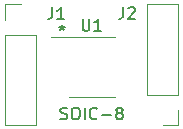
<source format=gto>
G04 #@! TF.GenerationSoftware,KiCad,Pcbnew,(5.1.5)-3*
G04 #@! TF.CreationDate,2020-08-05T20:59:16-04:00*
G04 #@! TF.ProjectId,SOIC-8,534f4943-2d38-42e6-9b69-6361645f7063,rev?*
G04 #@! TF.SameCoordinates,Original*
G04 #@! TF.FileFunction,Legend,Top*
G04 #@! TF.FilePolarity,Positive*
%FSLAX46Y46*%
G04 Gerber Fmt 4.6, Leading zero omitted, Abs format (unit mm)*
G04 Created by KiCad (PCBNEW (5.1.5)-3) date 2020-08-05 20:59:16*
%MOMM*%
%LPD*%
G04 APERTURE LIST*
%ADD10C,0.150000*%
%ADD11C,0.120000*%
G04 APERTURE END LIST*
D10*
X88657142Y-83104761D02*
X88800000Y-83152380D01*
X89038095Y-83152380D01*
X89133333Y-83104761D01*
X89180952Y-83057142D01*
X89228571Y-82961904D01*
X89228571Y-82866666D01*
X89180952Y-82771428D01*
X89133333Y-82723809D01*
X89038095Y-82676190D01*
X88847619Y-82628571D01*
X88752380Y-82580952D01*
X88704761Y-82533333D01*
X88657142Y-82438095D01*
X88657142Y-82342857D01*
X88704761Y-82247619D01*
X88752380Y-82200000D01*
X88847619Y-82152380D01*
X89085714Y-82152380D01*
X89228571Y-82200000D01*
X89847619Y-82152380D02*
X90038095Y-82152380D01*
X90133333Y-82200000D01*
X90228571Y-82295238D01*
X90276190Y-82485714D01*
X90276190Y-82819047D01*
X90228571Y-83009523D01*
X90133333Y-83104761D01*
X90038095Y-83152380D01*
X89847619Y-83152380D01*
X89752380Y-83104761D01*
X89657142Y-83009523D01*
X89609523Y-82819047D01*
X89609523Y-82485714D01*
X89657142Y-82295238D01*
X89752380Y-82200000D01*
X89847619Y-82152380D01*
X90704761Y-83152380D02*
X90704761Y-82152380D01*
X91752380Y-83057142D02*
X91704761Y-83104761D01*
X91561904Y-83152380D01*
X91466666Y-83152380D01*
X91323809Y-83104761D01*
X91228571Y-83009523D01*
X91180952Y-82914285D01*
X91133333Y-82723809D01*
X91133333Y-82580952D01*
X91180952Y-82390476D01*
X91228571Y-82295238D01*
X91323809Y-82200000D01*
X91466666Y-82152380D01*
X91561904Y-82152380D01*
X91704761Y-82200000D01*
X91752380Y-82247619D01*
X92180952Y-82771428D02*
X92942857Y-82771428D01*
X93561904Y-82580952D02*
X93466666Y-82533333D01*
X93419047Y-82485714D01*
X93371428Y-82390476D01*
X93371428Y-82342857D01*
X93419047Y-82247619D01*
X93466666Y-82200000D01*
X93561904Y-82152380D01*
X93752380Y-82152380D01*
X93847619Y-82200000D01*
X93895238Y-82247619D01*
X93942857Y-82342857D01*
X93942857Y-82390476D01*
X93895238Y-82485714D01*
X93847619Y-82533333D01*
X93752380Y-82580952D01*
X93561904Y-82580952D01*
X93466666Y-82628571D01*
X93419047Y-82676190D01*
X93371428Y-82771428D01*
X93371428Y-82961904D01*
X93419047Y-83057142D01*
X93466666Y-83104761D01*
X93561904Y-83152380D01*
X93752380Y-83152380D01*
X93847619Y-83104761D01*
X93895238Y-83057142D01*
X93942857Y-82961904D01*
X93942857Y-82771428D01*
X93895238Y-82676190D01*
X93847619Y-82628571D01*
X93752380Y-82580952D01*
X88800000Y-75152380D02*
X88800000Y-75390476D01*
X88561904Y-75295238D02*
X88800000Y-75390476D01*
X89038095Y-75295238D01*
X88657142Y-75580952D02*
X88800000Y-75390476D01*
X88942857Y-75580952D01*
D11*
X91300000Y-76140000D02*
X87850000Y-76140000D01*
X91300000Y-76140000D02*
X93250000Y-76140000D01*
X91300000Y-81260000D02*
X89350000Y-81260000D01*
X91300000Y-81260000D02*
X93250000Y-81260000D01*
X83970000Y-73370000D02*
X85300000Y-73370000D01*
X83970000Y-74700000D02*
X83970000Y-73370000D01*
X83970000Y-75970000D02*
X86630000Y-75970000D01*
X86630000Y-75970000D02*
X86630000Y-83650000D01*
X83970000Y-75970000D02*
X83970000Y-83650000D01*
X83970000Y-83650000D02*
X86630000Y-83650000D01*
X98630000Y-83650000D02*
X97300000Y-83650000D01*
X98630000Y-82320000D02*
X98630000Y-83650000D01*
X98630000Y-81050000D02*
X95970000Y-81050000D01*
X95970000Y-81050000D02*
X95970000Y-73370000D01*
X98630000Y-81050000D02*
X98630000Y-73370000D01*
X98630000Y-73370000D02*
X95970000Y-73370000D01*
D10*
X90538095Y-74652380D02*
X90538095Y-75461904D01*
X90585714Y-75557142D01*
X90633333Y-75604761D01*
X90728571Y-75652380D01*
X90919047Y-75652380D01*
X91014285Y-75604761D01*
X91061904Y-75557142D01*
X91109523Y-75461904D01*
X91109523Y-74652380D01*
X92109523Y-75652380D02*
X91538095Y-75652380D01*
X91823809Y-75652380D02*
X91823809Y-74652380D01*
X91728571Y-74795238D01*
X91633333Y-74890476D01*
X91538095Y-74938095D01*
X87966666Y-73652380D02*
X87966666Y-74366666D01*
X87919047Y-74509523D01*
X87823809Y-74604761D01*
X87680952Y-74652380D01*
X87585714Y-74652380D01*
X88966666Y-74652380D02*
X88395238Y-74652380D01*
X88680952Y-74652380D02*
X88680952Y-73652380D01*
X88585714Y-73795238D01*
X88490476Y-73890476D01*
X88395238Y-73938095D01*
X93966666Y-73652380D02*
X93966666Y-74366666D01*
X93919047Y-74509523D01*
X93823809Y-74604761D01*
X93680952Y-74652380D01*
X93585714Y-74652380D01*
X94395238Y-73747619D02*
X94442857Y-73700000D01*
X94538095Y-73652380D01*
X94776190Y-73652380D01*
X94871428Y-73700000D01*
X94919047Y-73747619D01*
X94966666Y-73842857D01*
X94966666Y-73938095D01*
X94919047Y-74080952D01*
X94347619Y-74652380D01*
X94966666Y-74652380D01*
M02*

</source>
